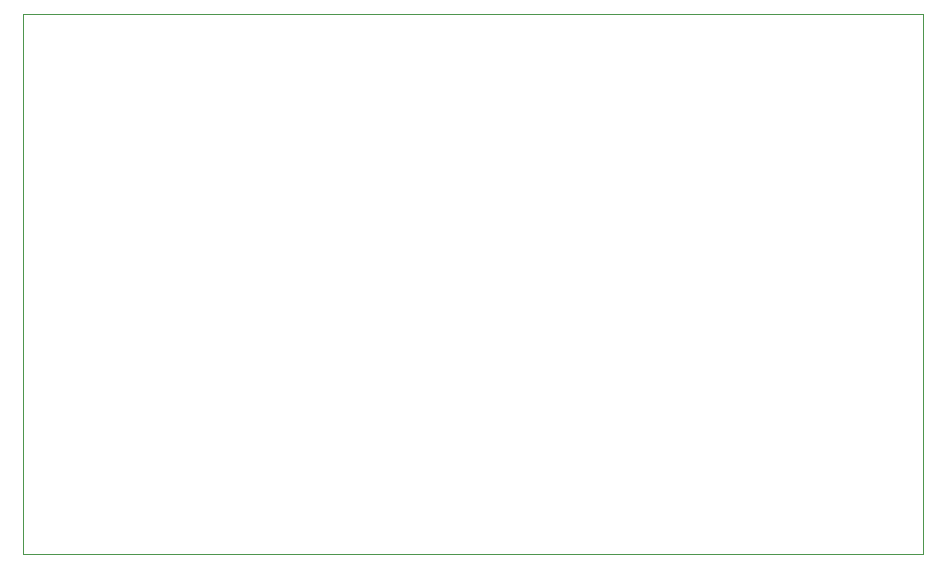
<source format=gbr>
%TF.GenerationSoftware,KiCad,Pcbnew,(6.0.6-0)*%
%TF.CreationDate,2022-10-19T22:33:39-04:00*%
%TF.ProjectId,Clock Module,436c6f63-6b20-44d6-9f64-756c652e6b69,rev?*%
%TF.SameCoordinates,Original*%
%TF.FileFunction,Profile,NP*%
%FSLAX46Y46*%
G04 Gerber Fmt 4.6, Leading zero omitted, Abs format (unit mm)*
G04 Created by KiCad (PCBNEW (6.0.6-0)) date 2022-10-19 22:33:39*
%MOMM*%
%LPD*%
G01*
G04 APERTURE LIST*
%TA.AperFunction,Profile*%
%ADD10C,0.100000*%
%TD*%
G04 APERTURE END LIST*
D10*
X35560000Y-58420000D02*
X111760000Y-58420000D01*
X35560000Y-104140000D02*
X35560000Y-58420000D01*
X111760000Y-104140000D02*
X35560000Y-104140000D01*
X111760000Y-58420000D02*
X111760000Y-104140000D01*
M02*

</source>
